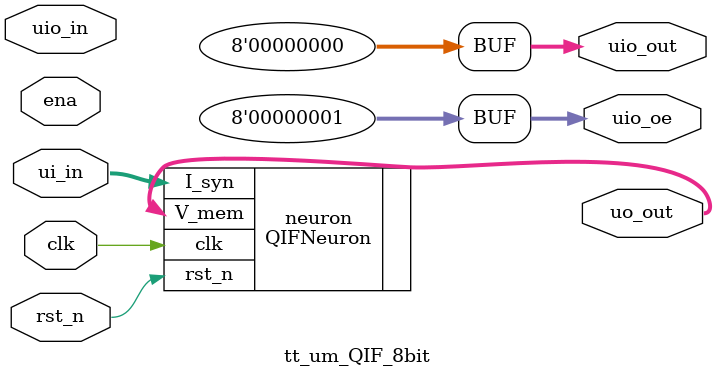
<source format=v>
`default_nettype none

module tt_um_QIF_8bit #( parameter MAX_COUNT = 24'd10_000_000 ) (
    input  wire [7:0] ui_in,    // Dedicated inputs - connected to the input vector b
    output wire [7:0] uo_out,   // Dedicated outputs - connected to the output of membrane
    input  wire [7:0] uio_in,   // IOs: Bidirectional Input path Not used
    output wire [7:0] uio_out,  // IOs: Bidirectional Output path Not used
    output wire [7:0] uio_oe,   // IOs: Bidirectional Enable path (active high: 0=input, 1=output)
    input  wire       ena,      // will go high when the design is enabled
    input  wire       clk,      // clock
    input  wire       rst_n     // reset_n - low to reset
);
    assign uio_oe = 8'b00000001;
    //assign uio_out[7:0] = 8'd0;
    assign uio_out = 0;
    assign uio_oe  = 0;
   
     QIFNeuron neuron (
       .clk(clk),
       .rst_n(rst_n),
       .I_syn(ui_in),
       .V_mem(uo_out)
     );


endmodule

</source>
